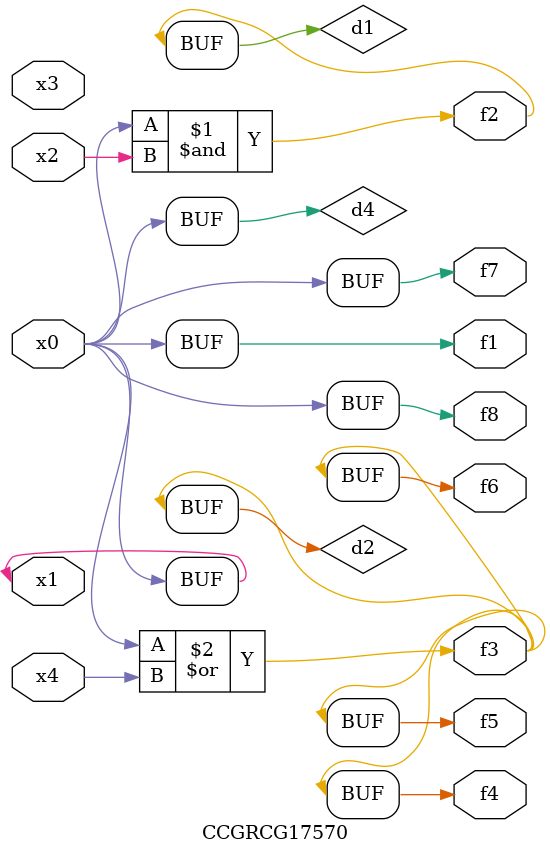
<source format=v>
module CCGRCG17570(
	input x0, x1, x2, x3, x4,
	output f1, f2, f3, f4, f5, f6, f7, f8
);

	wire d1, d2, d3, d4;

	and (d1, x0, x2);
	or (d2, x0, x4);
	nand (d3, x0, x2);
	buf (d4, x0, x1);
	assign f1 = d4;
	assign f2 = d1;
	assign f3 = d2;
	assign f4 = d2;
	assign f5 = d2;
	assign f6 = d2;
	assign f7 = d4;
	assign f8 = d4;
endmodule

</source>
